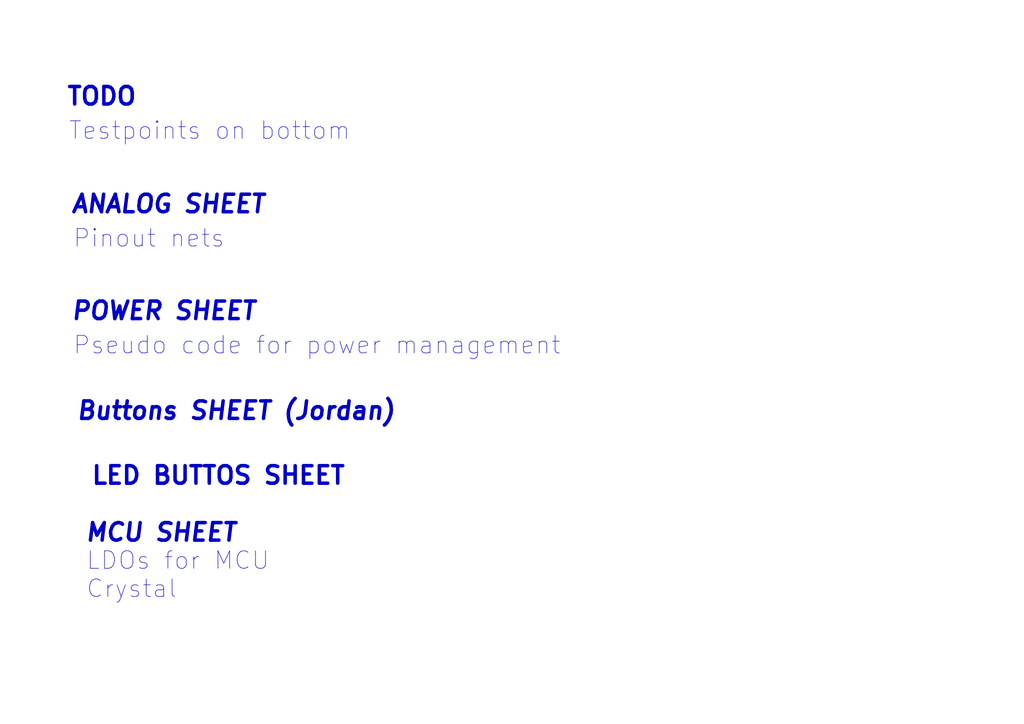
<source format=kicad_sch>
(kicad_sch
	(version 20231120)
	(generator "eeschema")
	(generator_version "8.0")
	(uuid "e9b997f7-a3fc-4c51-b591-2357157a0557")
	(paper "A4")
	(lib_symbols)
	(text "TODO"
		(exclude_from_sim no)
		(at 19.05 25.146 0)
		(effects
			(font
				(size 5.08 5.08)
				(thickness 1.016)
				(bold yes)
			)
			(justify left top)
		)
		(uuid "00cec6d6-fc10-41c3-b60b-7baed1fb210b")
	)
	(text "LED BUTTOS SHEET"
		(exclude_from_sim no)
		(at 26.162 135.128 0)
		(effects
			(font
				(size 5.08 5.08)
				(thickness 1.016)
				(bold yes)
			)
			(justify left top)
		)
		(uuid "39104c55-e945-490b-ad86-8c9b5650e666")
	)
	(text "Pseudo code for power management"
		(exclude_from_sim no)
		(at 21.082 97.282 0)
		(effects
			(font
				(size 5.08 5.08)
			)
			(justify left top)
		)
		(uuid "3f57940a-8f57-4040-bff3-fdcd510d216c")
	)
	(text "MCU SHEET\n"
		(exclude_from_sim no)
		(at 24.384 151.638 0)
		(effects
			(font
				(size 5.08 5.08)
				(thickness 1.016)
				(bold yes)
				(italic yes)
			)
			(justify left top)
		)
		(uuid "6befd825-4b53-4e34-b593-8440836adf01")
	)
	(text "Pinout nets"
		(exclude_from_sim no)
		(at 21.082 66.294 0)
		(effects
			(font
				(size 5.08 5.08)
			)
			(justify left top)
		)
		(uuid "6fae2c75-d0f3-4dcb-a119-b0095c074f0f")
	)
	(text "Testpoints on bottom"
		(exclude_from_sim no)
		(at 19.812 35.052 0)
		(effects
			(font
				(size 5.08 5.08)
			)
			(justify left top)
		)
		(uuid "a7cd7f18-3e9c-4994-b92e-fdcebcd49ba7")
	)
	(text "LDOs for MCU\nCrystal\n"
		(exclude_from_sim no)
		(at 24.892 159.766 0)
		(effects
			(font
				(size 5.08 5.08)
			)
			(justify left top)
		)
		(uuid "b1866fd7-65bc-41a9-8f12-d67c548c61f8")
	)
	(text "POWER SHEET"
		(exclude_from_sim no)
		(at 20.32 87.376 0)
		(effects
			(font
				(size 5.08 5.08)
				(thickness 1.016)
				(bold yes)
				(italic yes)
			)
			(justify left top)
		)
		(uuid "ddf709e7-94f8-4971-bede-e69a3bc2d5eb")
	)
	(text "Buttons SHEET (Jordan)"
		(exclude_from_sim no)
		(at 21.844 116.332 0)
		(effects
			(font
				(size 5.08 5.08)
				(thickness 1.016)
				(bold yes)
				(italic yes)
			)
			(justify left top)
		)
		(uuid "e1c033a5-cdb5-4a3f-bac2-62a8ac5020b7")
	)
	(text "ANALOG SHEET"
		(exclude_from_sim no)
		(at 20.32 56.388 0)
		(effects
			(font
				(size 5.08 5.08)
				(thickness 1.016)
				(bold yes)
				(italic yes)
			)
			(justify left top)
		)
		(uuid "ef6c3d75-6520-435d-b760-55c05230f95c")
	)
)

</source>
